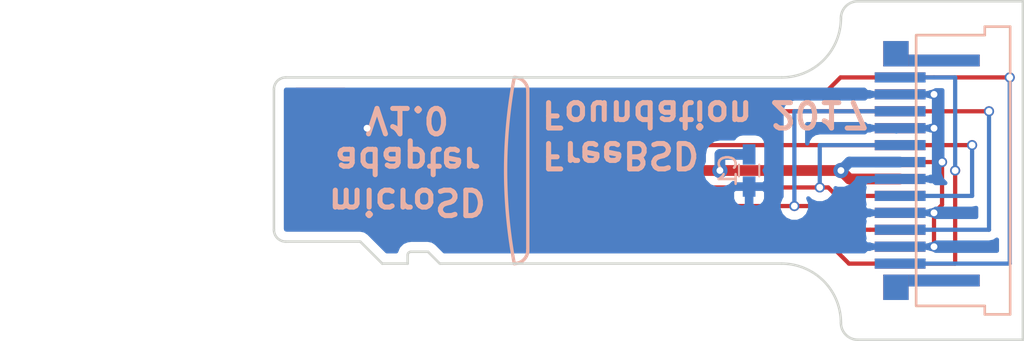
<source format=kicad_pcb>
(kicad_pcb (version 4) (host pcbnew 4.0.7)

  (general
    (links 26)
    (no_connects 0)
    (area 128.674999 97.574999 173.075001 117.725001)
    (thickness 1.6)
    (drawings 26)
    (tracks 90)
    (zones 0)
    (modules 4)
    (nets 9)
  )

  (page A4)
  (layers
    (0 F.Cu signal)
    (31 B.Cu signal)
    (32 B.Adhes user)
    (33 F.Adhes user)
    (34 B.Paste user)
    (35 F.Paste user)
    (36 B.SilkS user)
    (37 F.SilkS user)
    (38 B.Mask user)
    (39 F.Mask user)
    (40 Dwgs.User user)
    (41 Cmts.User user)
    (42 Eco1.User user)
    (43 Eco2.User user)
    (44 Edge.Cuts user)
    (45 Margin user)
    (46 B.CrtYd user)
    (47 F.CrtYd user)
    (48 B.Fab user)
    (49 F.Fab user)
  )

  (setup
    (last_trace_width 0.635)
    (user_trace_width 0.635)
    (trace_clearance 0.25)
    (zone_clearance 0.508)
    (zone_45_only no)
    (trace_min 0.2)
    (segment_width 0.2)
    (edge_width 0.15)
    (via_size 0.6)
    (via_drill 0.4)
    (via_min_size 0.4)
    (via_min_drill 0.3)
    (user_via 0.9 0.4)
    (uvia_size 0.3)
    (uvia_drill 0.1)
    (uvias_allowed no)
    (uvia_min_size 0)
    (uvia_min_drill 0)
    (pcb_text_width 0.3)
    (pcb_text_size 1.5 1.5)
    (mod_edge_width 0.15)
    (mod_text_size 1 1)
    (mod_text_width 0.15)
    (pad_size 1.524 1.524)
    (pad_drill 0.762)
    (pad_to_mask_clearance 0.15)
    (solder_mask_min_width 0.0254)
    (aux_axis_origin 0 0)
    (grid_origin 128.75 102.15)
    (visible_elements FFFFFF7F)
    (pcbplotparams
      (layerselection 0x010f0_80000001)
      (usegerberextensions false)
      (excludeedgelayer true)
      (linewidth 0.100000)
      (plotframeref false)
      (viasonmask false)
      (mode 1)
      (useauxorigin false)
      (hpglpennumber 1)
      (hpglpenspeed 20)
      (hpglpendiameter 15)
      (hpglpenoverlay 2)
      (psnegative false)
      (psa4output false)
      (plotreference true)
      (plotvalue true)
      (plotinvisibletext false)
      (padsonsilk false)
      (subtractmaskfromsilk false)
      (outputformat 4)
      (mirror false)
      (drillshape 0)
      (scaleselection 1)
      (outputdirectory ../../pdfs/sd_plug/))
  )

  (net 0 "")
  (net 1 VDD)
  (net 2 VSS)
  (net 3 DAT0)
  (net 4 DAT1)
  (net 5 CMD)
  (net 6 CLK)
  (net 7 DAT3/CD)
  (net 8 DAT2)

  (net_class Default "This is the default net class."
    (clearance 0.25)
    (trace_width 0.25)
    (via_dia 0.6)
    (via_drill 0.4)
    (uvia_dia 0.3)
    (uvia_drill 0.1)
    (add_net CLK)
    (add_net CMD)
    (add_net DAT0)
    (add_net DAT1)
    (add_net DAT2)
    (add_net DAT3/CD)
    (add_net VDD)
    (add_net VSS)
  )

  (module Capacitors_SMD:C_0603_HandSoldering (layer B.Cu) (tedit 5A16E0DC) (tstamp 5A14886F)
    (at 156.825 107.65 270)
    (descr "Capacitor SMD 0603, hand soldering")
    (tags "capacitor 0603")
    (path /5A0E0BCC)
    (attr smd)
    (fp_text reference C1 (at 0 1.25 270) (layer B.SilkS)
      (effects (font (size 1 1) (thickness 0.15)) (justify mirror))
    )
    (fp_text value 100nF (at 0 -1.5 270) (layer B.Fab)
      (effects (font (size 1 1) (thickness 0.15)) (justify mirror))
    )
    (fp_text user %R (at 0 1.25 270) (layer B.Fab)
      (effects (font (size 1 1) (thickness 0.15)) (justify mirror))
    )
    (fp_line (start -0.8 -0.4) (end -0.8 0.4) (layer B.Fab) (width 0.1))
    (fp_line (start 0.8 -0.4) (end -0.8 -0.4) (layer B.Fab) (width 0.1))
    (fp_line (start 0.8 0.4) (end 0.8 -0.4) (layer B.Fab) (width 0.1))
    (fp_line (start -0.8 0.4) (end 0.8 0.4) (layer B.Fab) (width 0.1))
    (fp_line (start -0.35 0.6) (end 0.35 0.6) (layer B.SilkS) (width 0.12))
    (fp_line (start 0.35 -0.6) (end -0.35 -0.6) (layer B.SilkS) (width 0.12))
    (fp_line (start -1.8 0.65) (end 1.8 0.65) (layer B.CrtYd) (width 0.05))
    (fp_line (start -1.8 0.65) (end -1.8 -0.65) (layer B.CrtYd) (width 0.05))
    (fp_line (start 1.8 -0.65) (end 1.8 0.65) (layer B.CrtYd) (width 0.05))
    (fp_line (start 1.8 -0.65) (end -1.8 -0.65) (layer B.CrtYd) (width 0.05))
    (pad 1 smd rect (at -0.95 0 270) (size 1.2 0.75) (layers B.Cu B.Paste B.Mask)
      (net 1 VDD))
    (pad 2 smd rect (at 0.95 0 270) (size 1.2 0.75) (layers B.Cu B.Paste B.Mask)
      (net 2 VSS))
    (model Capacitors_SMD.3dshapes/C_0603.wrl
      (at (xyz 0 0 0))
      (scale (xyz 1 1 1))
      (rotate (xyz 0 0 0))
    )
  )

  (module sd_plug_footprints:uSD_card_footprint (layer F.Cu) (tedit 5A1484ED) (tstamp 5A148897)
    (at 131.5 107 90)
    (path /5A0E0430)
    (fp_text reference P1 (at 0 2.5 90) (layer F.SilkS) hide
      (effects (font (size 1 1) (thickness 0.15)))
    )
    (fp_text value "uSD PADS" (at 0 2.4 90) (layer F.Fab)
      (effects (font (size 1 1) (thickness 0.15)))
    )
    (pad 1 smd rect (at -3.85 0 90) (size 0.8 2.9) (layers F.Cu F.Paste F.Mask)
      (net 8 DAT2))
    (pad 2 smd rect (at -2.75 0 90) (size 0.8 2.9) (layers F.Cu F.Paste F.Mask)
      (net 7 DAT3/CD))
    (pad 3 smd rect (at -1.65 0 90) (size 0.8 2.9) (layers F.Cu F.Paste F.Mask)
      (net 5 CMD))
    (pad 4 smd rect (at -0.55 -0.15 90) (size 0.8 3.2) (layers F.Cu F.Paste F.Mask)
      (net 1 VDD))
    (pad 5 smd rect (at 0.55 0 90) (size 0.8 2.9) (layers F.Cu F.Paste F.Mask)
      (net 6 CLK))
    (pad 6 smd rect (at 1.65 -0.15 90) (size 0.8 3.2) (layers F.Cu F.Paste F.Mask)
      (net 2 VSS))
    (pad 7 smd rect (at 2.75 0 90) (size 0.8 2.9) (layers F.Cu F.Paste F.Mask)
      (net 3 DAT0))
    (pad 8 smd rect (at 3.85 0 90) (size 0.8 2.9) (layers F.Cu F.Paste F.Mask)
      (net 4 DAT1))
  )

  (module sd_plug_footprints:FFC_connector_SFW12R-2STE1LF_reversed (layer F.Cu) (tedit 5A15AD5D) (tstamp 5A15B667)
    (at 166.25 107.65 90)
    (path /5A15A7EC)
    (fp_text reference J1 (at 0 3.2385 90) (layer F.SilkS) hide
      (effects (font (size 1 1) (thickness 0.15)))
    )
    (fp_text value "MUX CONNECT TOP" (at 0 -3.2385 90) (layer F.Fab)
      (effects (font (size 1 1) (thickness 0.15)))
    )
    (fp_line (start -8.5 6) (end 8.5 6) (layer F.SilkS) (width 0.15))
    (fp_line (start 8.5 4.5) (end 8.5 6) (layer F.SilkS) (width 0.15))
    (fp_line (start -8.5 4.5) (end -8.5 6) (layer F.SilkS) (width 0.15))
    (fp_line (start 8 4.5) (end 8.5 4.5) (layer F.SilkS) (width 0.15))
    (fp_line (start -8 4.5) (end -8.5 4.5) (layer F.SilkS) (width 0.15))
    (fp_line (start -8.001 0.4445) (end 8.001 0.4445) (layer F.SilkS) (width 0.15))
    (fp_line (start 8 0.5) (end 8 4.5) (layer F.SilkS) (width 0.15))
    (fp_line (start -8 0.5) (end -8 4.5) (layer F.SilkS) (width 0.15))
    (pad "" smd rect (at 6.9 -0.75 90) (size 1.5 1.5) (layers F.Cu F.Paste F.Mask))
    (pad 4 smd rect (at 2.5 -0.5 90) (size 0.6 3) (layers F.Cu F.Paste F.Mask)
      (net 2 VSS))
    (pad 3 smd rect (at 3.5 -0.5 90) (size 0.6 3) (layers F.Cu F.Paste F.Mask)
      (net 3 DAT0))
    (pad 1 smd rect (at 5.5 -0.5 90) (size 0.6 3) (layers F.Cu F.Paste F.Mask)
      (net 4 DAT1))
    (pad 2 smd rect (at 4.5 -0.5 90) (size 0.6 3) (layers F.Cu F.Paste F.Mask)
      (net 2 VSS))
    (pad 8 smd rect (at -1.5 -0.5 90) (size 0.6 3) (layers F.Cu F.Paste F.Mask)
      (net 5 CMD))
    (pad 7 smd rect (at -0.5 -0.5 90) (size 0.6 3) (layers F.Cu F.Paste F.Mask)
      (net 1 VDD))
    (pad 5 smd rect (at 1.5 -0.5 90) (size 0.6 3) (layers F.Cu F.Paste F.Mask)
      (net 6 CLK))
    (pad 6 smd rect (at 0.5 -0.5 90) (size 0.6 3) (layers F.Cu F.Paste F.Mask)
      (net 2 VSS))
    (pad 10 smd rect (at -3.5 -0.5 90) (size 0.6 3) (layers F.Cu F.Paste F.Mask)
      (net 7 DAT3/CD))
    (pad 9 smd rect (at -2.5 -0.5 90) (size 0.6 3) (layers F.Cu F.Paste F.Mask)
      (net 2 VSS))
    (pad 11 smd rect (at -4.5 -0.5 90) (size 0.6 3) (layers F.Cu F.Paste F.Mask)
      (net 2 VSS))
    (pad 12 smd rect (at -5.5 -0.5 90) (size 0.6 3) (layers F.Cu F.Paste F.Mask)
      (net 8 DAT2))
    (pad A1 smd rect (at 6.5 2.1 90) (size 0.7 4.2) (layers F.Cu F.Paste F.Mask))
    (pad A2 smd rect (at -6.5 2.1 90) (size 0.7 4.2) (layers F.Cu F.Paste F.Mask))
    (pad "" smd rect (at -6.9 -0.75 90) (size 1.5 1.5) (layers F.Cu F.Paste F.Mask))
  )

  (module sd_plug_footprints:FFC_connector_SFW12R-2STE1LF_reversed (layer B.Cu) (tedit 5A15AD5D) (tstamp 5A15B67A)
    (at 166.25 107.65 270)
    (path /5A1489A0)
    (fp_text reference J2 (at 0 -3.2385 270) (layer B.SilkS) hide
      (effects (font (size 1 1) (thickness 0.15)) (justify mirror))
    )
    (fp_text value "MUX CONNECT BOTTOM" (at 0 3.2385 270) (layer B.Fab)
      (effects (font (size 1 1) (thickness 0.15)) (justify mirror))
    )
    (fp_line (start -8.5 -6) (end 8.5 -6) (layer B.SilkS) (width 0.15))
    (fp_line (start 8.5 -4.5) (end 8.5 -6) (layer B.SilkS) (width 0.15))
    (fp_line (start -8.5 -4.5) (end -8.5 -6) (layer B.SilkS) (width 0.15))
    (fp_line (start 8 -4.5) (end 8.5 -4.5) (layer B.SilkS) (width 0.15))
    (fp_line (start -8 -4.5) (end -8.5 -4.5) (layer B.SilkS) (width 0.15))
    (fp_line (start -8.001 -0.4445) (end 8.001 -0.4445) (layer B.SilkS) (width 0.15))
    (fp_line (start 8 -0.5) (end 8 -4.5) (layer B.SilkS) (width 0.15))
    (fp_line (start -8 -0.5) (end -8 -4.5) (layer B.SilkS) (width 0.15))
    (pad "" smd rect (at 6.9 0.75 270) (size 1.5 1.5) (layers B.Cu B.Paste B.Mask))
    (pad 4 smd rect (at 2.5 0.5 270) (size 0.6 3) (layers B.Cu B.Paste B.Mask)
      (net 2 VSS))
    (pad 3 smd rect (at 3.5 0.5 270) (size 0.6 3) (layers B.Cu B.Paste B.Mask)
      (net 3 DAT0))
    (pad 1 smd rect (at 5.5 0.5 270) (size 0.6 3) (layers B.Cu B.Paste B.Mask)
      (net 4 DAT1))
    (pad 2 smd rect (at 4.5 0.5 270) (size 0.6 3) (layers B.Cu B.Paste B.Mask)
      (net 2 VSS))
    (pad 8 smd rect (at -1.5 0.5 270) (size 0.6 3) (layers B.Cu B.Paste B.Mask)
      (net 5 CMD))
    (pad 7 smd rect (at -0.5 0.5 270) (size 0.6 3) (layers B.Cu B.Paste B.Mask)
      (net 1 VDD))
    (pad 5 smd rect (at 1.5 0.5 270) (size 0.6 3) (layers B.Cu B.Paste B.Mask)
      (net 6 CLK))
    (pad 6 smd rect (at 0.5 0.5 270) (size 0.6 3) (layers B.Cu B.Paste B.Mask)
      (net 2 VSS))
    (pad 10 smd rect (at -3.5 0.5 270) (size 0.6 3) (layers B.Cu B.Paste B.Mask)
      (net 7 DAT3/CD))
    (pad 9 smd rect (at -2.5 0.5 270) (size 0.6 3) (layers B.Cu B.Paste B.Mask)
      (net 2 VSS))
    (pad 11 smd rect (at -4.5 0.5 270) (size 0.6 3) (layers B.Cu B.Paste B.Mask)
      (net 2 VSS))
    (pad 12 smd rect (at -5.5 0.5 270) (size 0.6 3) (layers B.Cu B.Paste B.Mask)
      (net 8 DAT2))
    (pad A1 smd rect (at 6.5 -2.1 270) (size 0.7 4.2) (layers B.Cu B.Paste B.Mask))
    (pad A2 smd rect (at -6.5 -2.1 270) (size 0.7 4.2) (layers B.Cu B.Paste B.Mask))
    (pad "" smd rect (at -6.9 0.75 270) (size 1.5 1.5) (layers B.Cu B.Paste B.Mask))
  )

  (gr_text "FreeBSD \nFoundation 2017" (at 144.425 105.525 180) (layer B.SilkS)
    (effects (font (size 1.5 1.5) (thickness 0.3)) (justify left mirror))
  )
  (gr_text "microSD\nadapter\nV1.0" (at 136.625 107.075 180) (layer B.SilkS)
    (effects (font (size 1.5 1.5) (thickness 0.3)) (justify mirror))
  )
  (gr_arc (start 172.25 107.65) (end 142.95 113.15) (angle 21.2) (layer B.SilkS) (width 0.2))
  (gr_line (start 143.75 102.95) (end 143.75 112.35) (layer B.SilkS) (width 0.2))
  (gr_arc (start 142.95 102.95) (end 142.95 102.15) (angle 90) (layer B.SilkS) (width 0.2))
  (gr_arc (start 142.95 112.35) (end 143.75 112.35) (angle 90) (layer B.SilkS) (width 0.2))
  (gr_line (start 173 97.65) (end 173 117.65) (layer Edge.Cuts) (width 0.15))
  (gr_line (start 163.25 97.65) (end 173 97.65) (layer Edge.Cuts) (width 0.15))
  (gr_line (start 163.25 117.65) (end 173 117.65) (layer Edge.Cuts) (width 0.15))
  (gr_arc (start 163.25 116.65) (end 163.25 117.65) (angle 90) (layer Edge.Cuts) (width 0.15))
  (gr_arc (start 163.25 98.65) (end 162.25 98.65) (angle 90) (layer Edge.Cuts) (width 0.15))
  (gr_arc (start 158.75 98.65) (end 162.25 98.65) (angle 90) (layer Edge.Cuts) (width 0.15))
  (gr_arc (start 158.75 116.65) (end 158.75 113.15) (angle 90) (layer Edge.Cuts) (width 0.15))
  (gr_line (start 129.45 102.15) (end 158.75 102.15) (layer Edge.Cuts) (width 0.15))
  (gr_line (start 138.55 113.15) (end 158.75 113.15) (layer Edge.Cuts) (width 0.15))
  (gr_line (start 136.65 113.15) (end 136.65 112.65) (layer Edge.Cuts) (width 0.15))
  (gr_line (start 138.55 113.15) (end 137.85 112.45) (layer Edge.Cuts) (width 0.15))
  (gr_line (start 137.85 112.45) (end 136.85 112.45) (layer Edge.Cuts) (width 0.15))
  (gr_arc (start 136.85 112.65) (end 136.65 112.65) (angle 90) (layer Edge.Cuts) (width 0.15))
  (gr_line (start 135.15 113.15) (end 136.65 113.15) (layer Edge.Cuts) (width 0.15))
  (gr_line (start 133.85 111.85) (end 129.45 111.85) (layer Edge.Cuts) (width 0.15))
  (gr_line (start 133.85 111.85) (end 135.15 113.15) (layer Edge.Cuts) (width 0.15))
  (dimension 11 (width 0.3) (layer F.Fab)
    (gr_text "11.000 mm" (at 118.85 107.65 270) (layer F.Fab)
      (effects (font (size 1.5 1.5) (thickness 0.3)))
    )
    (feature1 (pts (xy 135.75 113.15) (xy 117.5 113.15)))
    (feature2 (pts (xy 135.75 102.15) (xy 117.5 102.15)))
    (crossbar (pts (xy 120.2 102.15) (xy 120.2 113.15)))
    (arrow1a (pts (xy 120.2 113.15) (xy 119.613579 112.023496)))
    (arrow1b (pts (xy 120.2 113.15) (xy 120.786421 112.023496)))
    (arrow2a (pts (xy 120.2 102.15) (xy 119.613579 103.276504)))
    (arrow2b (pts (xy 120.2 102.15) (xy 120.786421 103.276504)))
  )
  (gr_line (start 128.75 102.85) (end 128.75 111.15) (layer Edge.Cuts) (width 0.15))
  (gr_arc (start 129.45 102.85) (end 128.75 102.85) (angle 90) (layer Edge.Cuts) (width 0.15))
  (gr_arc (start 129.45 111.15) (end 129.45 111.85) (angle 90) (layer Edge.Cuts) (width 0.15))

  (segment (start 155.1 107.65) (end 131.45 107.65) (width 0.635) (layer F.Cu) (net 1))
  (segment (start 131.45 107.65) (end 131.35 107.55) (width 0.635) (layer F.Cu) (net 1))
  (segment (start 156.825 106.7) (end 155.815 106.7) (width 0.635) (layer B.Cu) (net 1))
  (segment (start 131.439972 107.639972) (end 131.35 107.55) (width 0.25) (layer F.Cu) (net 1))
  (via (at 162.25 107.65) (size 0.9) (drill 0.4) (layers F.Cu B.Cu) (net 1))
  (segment (start 165.725 107.15) (end 162.75 107.15) (width 0.635) (layer B.Cu) (net 1))
  (segment (start 162.75 107.15) (end 162.25 107.65) (width 0.635) (layer B.Cu) (net 1))
  (segment (start 165.725 108.15) (end 162.75 108.15) (width 0.635) (layer F.Cu) (net 1))
  (segment (start 162.25 107.65) (end 155.1 107.65) (width 0.635) (layer F.Cu) (net 1))
  (segment (start 162.75 108.15) (end 162.25 107.65) (width 0.635) (layer F.Cu) (net 1))
  (via (at 155.1 107.65) (size 0.9) (drill 0.4) (layers F.Cu B.Cu) (net 1))
  (segment (start 155.1 106.7) (end 155.1 107.65) (width 0.635) (layer B.Cu) (net 1))
  (segment (start 155.815 106.7) (end 155.1 106.7) (width 0.635) (layer B.Cu) (net 1))
  (segment (start 134.25 105.15) (end 134.05 105.35) (width 0.635) (layer F.Cu) (net 2))
  (segment (start 134.05 105.35) (end 131.35 105.35) (width 0.635) (layer F.Cu) (net 2))
  (segment (start 134.25 103.15) (end 134.25 105.15) (width 0.25) (layer B.Cu) (net 2))
  (via (at 134.25 105.15) (size 0.9) (drill 0.4) (layers F.Cu B.Cu) (net 2))
  (segment (start 135.25 103.15) (end 134.25 103.15) (width 0.25) (layer B.Cu) (net 2))
  (segment (start 167.75 103.15) (end 135.25 103.15) (width 0.25) (layer B.Cu) (net 2))
  (segment (start 167.75 107.15) (end 168.225 107.15) (width 0.25) (layer B.Cu) (net 2))
  (via (at 168.225 107.15) (size 0.6) (drill 0.4) (layers F.Cu B.Cu) (net 2))
  (segment (start 168.225 109.675) (end 168.225 107.15) (width 0.25) (layer F.Cu) (net 2))
  (segment (start 168.225 107.15) (end 165.725 107.15) (width 0.25) (layer F.Cu) (net 2))
  (segment (start 165.560027 108.314973) (end 165.725 108.15) (width 0.25) (layer B.Cu) (net 2))
  (segment (start 167.75 107.15) (end 167.75 105.15) (width 0.25) (layer B.Cu) (net 2))
  (segment (start 167.75 108.15) (end 165.725 108.15) (width 0.25) (layer B.Cu) (net 2))
  (segment (start 167.75 103.15) (end 167.75 105.15) (width 0.25) (layer B.Cu) (net 2))
  (via (at 167.75 105.15) (size 0.6) (drill 0.4) (layers F.Cu B.Cu) (net 2))
  (via (at 167.75 103.15) (size 0.6) (drill 0.4) (layers F.Cu B.Cu) (net 2))
  (segment (start 167.75 107.15) (end 167.75 108.15) (width 0.25) (layer B.Cu) (net 2))
  (segment (start 167.75 110.15) (end 168.225 109.675) (width 0.25) (layer F.Cu) (net 2))
  (segment (start 165.725 112.15) (end 156.825 112.15) (width 0.25) (layer B.Cu) (net 2))
  (segment (start 156.825 112.15) (end 156.825 108.6) (width 0.25) (layer B.Cu) (net 2))
  (segment (start 131.55 105.15) (end 131.35 105.35) (width 0.25) (layer F.Cu) (net 2))
  (segment (start 167.75 112.15) (end 167.75 110.15) (width 0.25) (layer F.Cu) (net 2))
  (segment (start 165.525 105.35) (end 165.725 105.15) (width 0.25) (layer B.Cu) (net 2))
  (segment (start 167.75 112.15) (end 165.725 112.15) (width 0.25) (layer B.Cu) (net 2))
  (segment (start 165.725 112.15) (end 167.75 112.15) (width 0.25) (layer F.Cu) (net 2))
  (via (at 167.75 112.15) (size 0.6) (drill 0.4) (layers F.Cu B.Cu) (net 2))
  (segment (start 167.75 110.15) (end 165.725 110.15) (width 0.25) (layer B.Cu) (net 2))
  (segment (start 165.725 110.15) (end 167.75 110.15) (width 0.25) (layer F.Cu) (net 2))
  (via (at 167.75 110.15) (size 0.6) (drill 0.4) (layers F.Cu B.Cu) (net 2))
  (segment (start 167.75 105.15) (end 165.725 105.15) (width 0.25) (layer B.Cu) (net 2))
  (segment (start 165.725 105.15) (end 167.75 105.15) (width 0.25) (layer F.Cu) (net 2))
  (segment (start 167.75 103.15) (end 165.725 103.15) (width 0.25) (layer B.Cu) (net 2))
  (segment (start 165.725 103.15) (end 167.75 103.15) (width 0.25) (layer F.Cu) (net 2))
  (segment (start 165.725 104.15) (end 131.6 104.15) (width 0.25) (layer F.Cu) (net 3))
  (segment (start 131.6 104.15) (end 131.5 104.25) (width 0.25) (layer F.Cu) (net 3))
  (segment (start 171 111.15) (end 165.725 111.15) (width 0.25) (layer B.Cu) (net 3))
  (segment (start 165.725 104.15) (end 171 104.15) (width 0.25) (layer F.Cu) (net 3))
  (segment (start 171 104.15) (end 171 111.15) (width 0.25) (layer B.Cu) (net 3))
  (via (at 171 104.15) (size 0.6) (drill 0.4) (layers F.Cu B.Cu) (net 3))
  (segment (start 161.225 103.15) (end 131.5 103.15) (width 0.25) (layer F.Cu) (net 4))
  (segment (start 162.225 102.15) (end 161.225 103.15) (width 0.25) (layer F.Cu) (net 4))
  (segment (start 165.725 102.15) (end 162.225 102.15) (width 0.25) (layer F.Cu) (net 4))
  (segment (start 172.225 113.15) (end 165.725 113.15) (width 0.25) (layer B.Cu) (net 4))
  (segment (start 172.225 102.15) (end 172.225 113.15) (width 0.25) (layer B.Cu) (net 4))
  (segment (start 165.725 102.15) (end 172.225 102.15) (width 0.25) (layer F.Cu) (net 4))
  (via (at 172.225 102.15) (size 0.6) (drill 0.4) (layers F.Cu B.Cu) (net 4))
  (segment (start 161.5 108.65) (end 161 108.65) (width 0.25) (layer F.Cu) (net 5))
  (segment (start 161 108.65) (end 131.5 108.65) (width 0.25) (layer F.Cu) (net 5))
  (via (at 161 108.65) (size 0.6) (drill 0.4) (layers F.Cu B.Cu) (net 5))
  (segment (start 162 109.15) (end 161.5 108.65) (width 0.25) (layer F.Cu) (net 5))
  (segment (start 133.2 108.65) (end 131.5 108.65) (width 0.25) (layer F.Cu) (net 5))
  (segment (start 161 106.15) (end 161 108.65) (width 0.25) (layer B.Cu) (net 5))
  (segment (start 165.725 106.15) (end 161 106.15) (width 0.25) (layer B.Cu) (net 5))
  (segment (start 165.725 109.15) (end 162 109.15) (width 0.25) (layer F.Cu) (net 5))
  (segment (start 170 109.15) (end 165.725 109.15) (width 0.25) (layer B.Cu) (net 6))
  (segment (start 170 106.15) (end 165.725 106.15) (width 0.25) (layer F.Cu) (net 6))
  (segment (start 170 106.15) (end 170 109.15) (width 0.25) (layer B.Cu) (net 6))
  (via (at 170 106.15) (size 0.6) (drill 0.4) (layers F.Cu B.Cu) (net 6))
  (segment (start 165.725 106.15) (end 131.8 106.15) (width 0.25) (layer F.Cu) (net 6))
  (segment (start 131.8 106.15) (end 131.5 106.45) (width 0.25) (layer F.Cu) (net 6))
  (segment (start 165.725 104.15) (end 159.5 104.15) (width 0.25) (layer B.Cu) (net 7))
  (segment (start 163.975 111.15) (end 165.725 111.15) (width 0.25) (layer F.Cu) (net 7))
  (segment (start 131.5 109.75) (end 159.5 109.75) (width 0.25) (layer F.Cu) (net 7))
  (segment (start 159.5 109.75) (end 160.6 109.75) (width 0.25) (layer F.Cu) (net 7))
  (via (at 159.5 109.75) (size 0.6) (drill 0.4) (layers F.Cu B.Cu) (net 7))
  (segment (start 159.5 104.15) (end 159.5 109.75) (width 0.25) (layer B.Cu) (net 7))
  (segment (start 160.6 109.75) (end 162 111.15) (width 0.25) (layer F.Cu) (net 7))
  (segment (start 162 111.15) (end 163.975 111.15) (width 0.25) (layer F.Cu) (net 7))
  (segment (start 169 113.15) (end 165.725 113.15) (width 0.25) (layer F.Cu) (net 8))
  (segment (start 169 107.65) (end 169 113.15) (width 0.25) (layer F.Cu) (net 8))
  (segment (start 169 102.15) (end 169 107.65) (width 0.25) (layer B.Cu) (net 8))
  (via (at 169 107.65) (size 0.6) (drill 0.4) (layers F.Cu B.Cu) (net 8))
  (segment (start 167.749002 102.15) (end 169 102.15) (width 0.25) (layer B.Cu) (net 8))
  (segment (start 165.725 102.15) (end 167.749002 102.15) (width 0.25) (layer B.Cu) (net 8))
  (segment (start 162.725 113.15) (end 160.425 110.85) (width 0.25) (layer F.Cu) (net 8))
  (segment (start 165.725 113.15) (end 162.725 113.15) (width 0.25) (layer F.Cu) (net 8))
  (segment (start 160.425 110.85) (end 131.5 110.85) (width 0.25) (layer F.Cu) (net 8))

  (zone (net 2) (net_name VSS) (layer B.Cu) (tstamp 0) (hatch edge 0.508)
    (connect_pads (clearance 0.508))
    (min_thickness 0.254)
    (fill yes (arc_segments 16) (thermal_gap 0.508) (thermal_bridge_width 0.508))
    (polygon
      (pts
        (xy 128.75 102.75) (xy 173 102.75) (xy 173 112.55) (xy 128.75 112.55)
      )
    )
    (filled_polygon
      (pts
        (xy 163.77375 103.023) (xy 163.963818 103.023) (xy 163.99811 103.046431) (xy 164.25 103.09744) (xy 167.25 103.09744)
        (xy 167.485317 103.053162) (xy 167.53219 103.023) (xy 167.72625 103.023) (xy 167.83925 102.91) (xy 168.24 102.91)
        (xy 168.24 107.087537) (xy 168.207808 107.119673) (xy 168.065162 107.463201) (xy 168.064838 107.835167) (xy 168.206883 108.178943)
        (xy 168.417572 108.39) (xy 167.83925 108.39) (xy 167.72625 108.277) (xy 167.536182 108.277) (xy 167.50189 108.253569)
        (xy 167.25 108.20256) (xy 164.25 108.20256) (xy 164.014683 108.246838) (xy 163.96781 108.277) (xy 163.77375 108.277)
        (xy 163.615 108.43575) (xy 163.615 108.576309) (xy 163.64387 108.646007) (xy 163.60256 108.85) (xy 163.60256 109.45)
        (xy 163.641858 109.65885) (xy 163.615 109.723691) (xy 163.615 109.86425) (xy 163.77375 110.023) (xy 163.963818 110.023)
        (xy 163.99811 110.046431) (xy 164.25 110.09744) (xy 167.25 110.09744) (xy 167.485317 110.053162) (xy 167.53219 110.023)
        (xy 167.72625 110.023) (xy 167.83925 109.91) (xy 170 109.91) (xy 170.24 109.862261) (xy 170.24 110.39)
        (xy 167.83925 110.39) (xy 167.72625 110.277) (xy 167.536182 110.277) (xy 167.50189 110.253569) (xy 167.25 110.20256)
        (xy 164.25 110.20256) (xy 164.014683 110.246838) (xy 163.96781 110.277) (xy 163.77375 110.277) (xy 163.615 110.43575)
        (xy 163.615 110.576309) (xy 163.64387 110.646007) (xy 163.60256 110.85) (xy 163.60256 111.45) (xy 163.641858 111.65885)
        (xy 163.615 111.723691) (xy 163.615 111.86425) (xy 163.77375 112.023) (xy 163.963818 112.023) (xy 163.99811 112.046431)
        (xy 164.25 112.09744) (xy 167.25 112.09744) (xy 167.485317 112.053162) (xy 167.53219 112.023) (xy 167.72625 112.023)
        (xy 167.83925 111.91) (xy 171 111.91) (xy 171.290839 111.852148) (xy 171.465 111.735778) (xy 171.465 112.39)
        (xy 167.83925 112.39) (xy 167.72625 112.277) (xy 167.536182 112.277) (xy 167.50189 112.253569) (xy 167.25 112.20256)
        (xy 164.25 112.20256) (xy 164.014683 112.246838) (xy 163.96781 112.277) (xy 163.77375 112.277) (xy 163.62775 112.423)
        (xy 138.827091 112.423) (xy 138.352046 111.947954) (xy 138.121705 111.794046) (xy 137.85 111.74) (xy 136.85 111.74)
        (xy 136.781416 111.753642) (xy 136.63495 111.768866) (xy 136.634945 111.768868) (xy 136.634942 111.768868) (xy 136.495671 111.826557)
        (xy 136.37901 111.87488) (xy 136.379008 111.874882) (xy 136.379003 111.874884) (xy 136.314118 111.918239) (xy 136.21618 112.01618)
        (xy 136.118239 112.114118) (xy 136.074884 112.179002) (xy 136.074881 112.179009) (xy 136.07488 112.17901) (xy 136.051557 112.235317)
        (xy 135.973815 112.423) (xy 135.427092 112.423) (xy 134.352046 111.347954) (xy 134.121705 111.194046) (xy 133.85 111.14)
        (xy 129.519931 111.14) (xy 129.469943 111.130057) (xy 129.46 111.080069) (xy 129.46 109.935167) (xy 158.564838 109.935167)
        (xy 158.706883 110.278943) (xy 158.969673 110.542192) (xy 159.313201 110.684838) (xy 159.685167 110.685162) (xy 160.028943 110.543117)
        (xy 160.292192 110.280327) (xy 160.434838 109.936799) (xy 160.435162 109.564833) (xy 160.324328 109.296593) (xy 160.469673 109.442192)
        (xy 160.813201 109.584838) (xy 161.185167 109.585162) (xy 161.528943 109.443117) (xy 161.792192 109.180327) (xy 161.934838 108.836799)
        (xy 161.934962 108.694005) (xy 162.033233 108.734811) (xy 162.464873 108.735188) (xy 162.8638 108.570354) (xy 163.169282 108.265405)
        (xy 163.236926 108.1025) (xy 165.725 108.1025) (xy 165.750438 108.09744) (xy 167.25 108.09744) (xy 167.485317 108.053162)
        (xy 167.53219 108.023) (xy 167.72625 108.023) (xy 167.885 107.86425) (xy 167.885 107.723691) (xy 167.85613 107.653993)
        (xy 167.89744 107.45) (xy 167.89744 106.85) (xy 167.858426 106.642658) (xy 167.89744 106.45) (xy 167.89744 105.85)
        (xy 167.858142 105.64115) (xy 167.885 105.576309) (xy 167.885 105.43575) (xy 167.72625 105.277) (xy 167.536182 105.277)
        (xy 167.50189 105.253569) (xy 167.25 105.20256) (xy 164.25 105.20256) (xy 164.014683 105.246838) (xy 163.96781 105.277)
        (xy 163.77375 105.277) (xy 163.66075 105.39) (xy 161 105.39) (xy 160.709161 105.447852) (xy 160.462599 105.612599)
        (xy 160.297852 105.859161) (xy 160.26 106.049454) (xy 160.26 104.91) (xy 163.66075 104.91) (xy 163.77375 105.023)
        (xy 163.963818 105.023) (xy 163.99811 105.046431) (xy 164.25 105.09744) (xy 167.25 105.09744) (xy 167.485317 105.053162)
        (xy 167.53219 105.023) (xy 167.72625 105.023) (xy 167.885 104.86425) (xy 167.885 104.723691) (xy 167.85613 104.653993)
        (xy 167.89744 104.45) (xy 167.89744 103.85) (xy 167.858142 103.64115) (xy 167.885 103.576309) (xy 167.885 103.43575)
        (xy 167.72625 103.277) (xy 167.536182 103.277) (xy 167.50189 103.253569) (xy 167.25 103.20256) (xy 164.25 103.20256)
        (xy 164.014683 103.246838) (xy 163.96781 103.277) (xy 163.77375 103.277) (xy 163.66075 103.39) (xy 159.5 103.39)
        (xy 159.209161 103.447852) (xy 158.962599 103.612599) (xy 158.797852 103.859161) (xy 158.74 104.15) (xy 158.74 109.187537)
        (xy 158.707808 109.219673) (xy 158.565162 109.563201) (xy 158.564838 109.935167) (xy 129.46 109.935167) (xy 129.46 108.88575)
        (xy 155.815 108.88575) (xy 155.815 109.326309) (xy 155.911673 109.559698) (xy 156.090301 109.738327) (xy 156.32369 109.835)
        (xy 156.53925 109.835) (xy 156.698 109.67625) (xy 156.698 108.727) (xy 156.952 108.727) (xy 156.952 109.67625)
        (xy 157.11075 109.835) (xy 157.32631 109.835) (xy 157.559699 109.738327) (xy 157.738327 109.559698) (xy 157.835 109.326309)
        (xy 157.835 108.88575) (xy 157.67625 108.727) (xy 156.952 108.727) (xy 156.698 108.727) (xy 155.97375 108.727)
        (xy 155.815 108.88575) (xy 129.46 108.88575) (xy 129.46 107.864873) (xy 154.014812 107.864873) (xy 154.179646 108.2638)
        (xy 154.484595 108.569282) (xy 154.883233 108.734811) (xy 155.314873 108.735188) (xy 155.7138 108.570354) (xy 155.892608 108.391858)
        (xy 155.97375 108.473) (xy 156.698 108.473) (xy 156.698 108.453) (xy 156.952 108.453) (xy 156.952 108.473)
        (xy 157.67625 108.473) (xy 157.835 108.31425) (xy 157.835 107.873691) (xy 157.738327 107.640302) (xy 157.736957 107.638932)
        (xy 157.796431 107.55189) (xy 157.84744 107.3) (xy 157.84744 106.1) (xy 157.803162 105.864683) (xy 157.66409 105.648559)
        (xy 157.45189 105.503569) (xy 157.2 105.45256) (xy 156.45 105.45256) (xy 156.214683 105.496838) (xy 155.998559 105.63591)
        (xy 155.922313 105.7475) (xy 155.1 105.7475) (xy 154.735494 105.820005) (xy 154.426481 106.026481) (xy 154.220005 106.335494)
        (xy 154.1475 106.7) (xy 154.1475 107.114593) (xy 154.015189 107.433233) (xy 154.014812 107.864873) (xy 129.46 107.864873)
        (xy 129.46 102.919931) (xy 129.468539 102.877) (xy 163.62775 102.877)
      )
    )
  )
)

</source>
